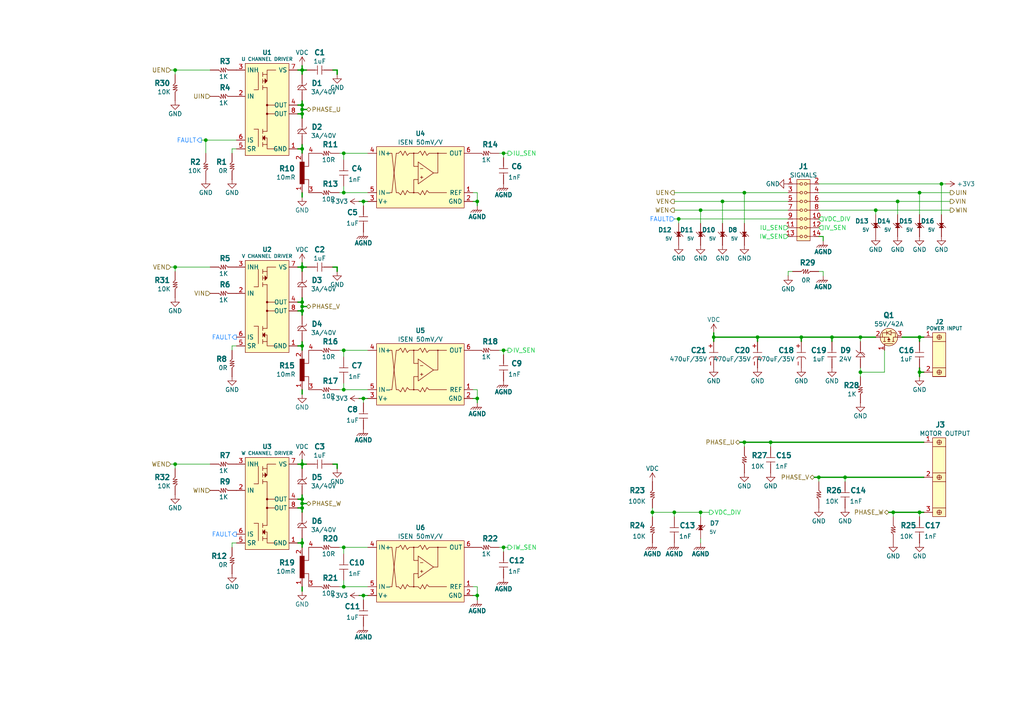
<source format=kicad_sch>
(kicad_sch (version 20231120) (generator "eeschema") (generator_version "8.0")
  (paper "A4")
  (title_block (title "THREE-PHASE MOTOR DRIVER") (date "2024-10-20") (rev "0.0") (company "SAMPI DEVELOPMENT KITS"))
  (junction (at 209.55 58.42))
  (junction (at 87.63 31.75))
  (junction (at 105.41 115.57))
  (junction (at 99.695 44.45))
  (junction (at 138.43 115.57))
  (junction (at 138.43 172.72))
  (junction (at 87.63 77.47))
  (junction (at 215.9 128.27))
  (junction (at 50.8 77.47))
  (junction (at 189.23 148.59))
  (junction (at 219.71 97.79))
  (junction (at 215.9 55.88))
  (junction (at 87.63 100.33))
  (junction (at 87.63 88.9))
  (junction (at 59.69 40.64))
  (junction (at 87.63 146.05))
  (junction (at 50.8 20.32))
  (junction (at 87.63 147.32))
  (junction (at 87.63 30.48))
  (junction (at 254 60.96))
  (junction (at 266.7 148.59))
  (junction (at 237.49 138.43))
  (junction (at 105.41 172.72))
  (junction (at 87.63 43.18))
  (junction (at 207.01 97.79))
  (junction (at 87.63 33.02))
  (junction (at 245.11 138.43))
  (junction (at 259.08 148.59))
  (junction (at 99.695 101.6))
  (junction (at 249.555 107.95))
  (junction (at 223.52 128.27))
  (junction (at 87.63 87.63))
  (junction (at 266.7 107.95))
  (junction (at 87.63 134.62))
  (junction (at 50.8 134.62))
  (junction (at 260.35 58.42))
  (junction (at 99.695 113.03))
  (junction (at 99.695 170.18))
  (junction (at 146.05 44.45))
  (junction (at 87.63 157.48))
  (junction (at 203.2 60.96))
  (junction (at 146.05 101.6))
  (junction (at 87.63 90.17))
  (junction (at 203.2 148.59))
  (junction (at 196.85 63.5))
  (junction (at 273.05 53.34))
  (junction (at 99.695 55.88))
  (junction (at 105.41 58.42))
  (junction (at 138.43 58.42))
  (junction (at 266.7 55.88))
  (junction (at 87.63 144.78))
  (junction (at 232.41 97.79))
  (junction (at 99.695 158.75))
  (junction (at 195.58 148.59))
  (junction (at 146.05 158.75))
  (junction (at 266.7 97.79))
  (junction (at 87.63 20.32))
  (junction (at 241.3 97.79))
  (junction (at 249.555 97.79))
  (wire (pts (xy 99.695 111.125) (xy 99.695 113.03)))
  (wire (pts (xy 87.63 43.18) (xy 86.36 43.18)) (stroke (width 0.381)))
  (wire (pts (xy 104.14 115.57) (xy 105.41 115.57)) (stroke (width 0.254)))
  (wire (pts (xy 87.63 19.05) (xy 87.63 20.32)) (stroke (width 0.381)))
  (wire (pts (xy 87.63 144.78) (xy 86.36 144.78)) (stroke (width 0.381)))
  (wire (pts (xy 215.9 128.27) (xy 223.52 128.27)) (stroke (width 0.381)))
  (wire (pts (xy 215.9 129.54) (xy 215.9 128.27)))
  (wire (pts (xy 146.05 44.45) (xy 146.05 45.72)))
  (wire (pts (xy 214.63 128.27) (xy 215.9 128.27)) (stroke (width 0.381)))
  (wire (pts (xy 87.63 156.21) (xy 87.63 157.48)) (stroke (width 0.381)))
  (wire (pts (xy 87.63 41.91) (xy 87.63 43.18)) (stroke (width 0.381)))
  (wire (pts (xy 87.63 90.17) (xy 87.63 91.44)) (stroke (width 0.381)))
  (wire (pts (xy 209.55 58.42) (xy 209.55 64.77)))
  (wire (pts (xy 87.63 77.47) (xy 87.63 78.74)) (stroke (width 0.381)))
  (wire (pts (xy 195.58 55.88) (xy 215.9 55.88)))
  (wire (pts (xy 87.63 133.35) (xy 87.63 134.62)) (stroke (width 0.381)))
  (wire (pts (xy 106.68 115.57) (xy 105.41 115.57)) (stroke (width 0.254)))
  (wire (pts (xy 256.54 101.6) (xy 256.54 107.95)))
  (wire (pts (xy 137.16 55.88) (xy 138.43 55.88)))
  (wire (pts (xy 195.58 148.59) (xy 195.58 149.86)))
  (wire (pts (xy 209.55 58.42) (xy 228.6 58.42)))
  (wire (pts (xy 50.8 20.32) (xy 60.96 20.32)))
  (wire (pts (xy 146.05 44.45) (xy 147.32 44.45)))
  (wire (pts (xy 237.49 60.96) (xy 254 60.96)))
  (wire (pts (xy 249.555 107.95) (xy 256.54 107.95)))
  (wire (pts (xy 203.2 148.59) (xy 203.2 149.86)))
  (wire (pts (xy 223.52 128.27) (xy 267.97 128.27)) (stroke (width 0.381)))
  (wire (pts (xy 67.31 101.6) (xy 67.31 100.33)))
  (wire (pts (xy 104.14 58.42) (xy 105.41 58.42)) (stroke (width 0.254)))
  (wire (pts (xy 144.78 158.75) (xy 146.05 158.75)))
  (wire (pts (xy 144.78 44.45) (xy 146.05 44.45)))
  (wire (pts (xy 245.11 138.43) (xy 237.49 138.43)) (stroke (width 0.381)))
  (wire (pts (xy 87.63 134.62) (xy 87.63 135.89)) (stroke (width 0.381)))
  (wire (pts (xy 99.695 55.88) (xy 106.68 55.88)))
  (wire (pts (xy 138.43 58.42) (xy 137.16 58.42)) (stroke (width 0.254)))
  (wire (pts (xy 99.695 44.45) (xy 106.68 44.45)))
  (wire (pts (xy 266.7 107.95) (xy 267.97 107.95)) (stroke (width 0.381)))
  (wire (pts (xy 87.63 147.32) (xy 87.63 148.59)) (stroke (width 0.381)))
  (wire (pts (xy 203.2 60.96) (xy 203.2 64.77)))
  (wire (pts (xy 219.71 97.79) (xy 232.41 97.79)) (stroke (width 0.381)))
  (wire (pts (xy 138.43 170.18) (xy 138.43 172.72)))
  (wire (pts (xy 203.2 157.48) (xy 203.2 156.21)))
  (wire (pts (xy 59.69 44.45) (xy 59.69 40.64)))
  (wire (pts (xy 99.695 103.505) (xy 99.695 101.6)))
  (wire (pts (xy 87.63 77.47) (xy 88.9 77.47)) (stroke (width 0.381)))
  (wire (pts (xy 196.85 63.5) (xy 228.6 63.5)))
  (wire (pts (xy 87.63 157.48) (xy 87.63 158.75)) (stroke (width 0.381)))
  (wire (pts (xy 266.7 109.22) (xy 266.7 107.95)) (stroke (width 0.381)))
  (wire (pts (xy 189.23 148.59) (xy 195.58 148.59)))
  (wire (pts (xy 87.63 30.48) (xy 86.36 30.48)) (stroke (width 0.381)))
  (wire (pts (xy 99.695 168.275) (xy 99.695 170.18)))
  (wire (pts (xy 50.8 134.62) (xy 60.96 134.62)))
  (wire (pts (xy 105.41 58.42) (xy 105.41 59.69)))
  (wire (pts (xy 87.63 43.18) (xy 87.63 44.45)) (stroke (width 0.381)))
  (wire (pts (xy 50.8 20.32) (xy 50.8 21.59)))
  (wire (pts (xy 99.695 55.88) (xy 98.425 55.88)))
  (wire (pts (xy 245.11 138.43) (xy 267.97 138.43)) (stroke (width 0.381)))
  (wire (pts (xy 87.63 146.05) (xy 88.9 146.05)) (stroke (width 0.381)))
  (wire (pts (xy 87.63 90.17) (xy 87.63 88.9)) (stroke (width 0.381)))
  (wire (pts (xy 144.78 101.6) (xy 146.05 101.6)))
  (wire (pts (xy 87.63 31.75) (xy 88.9 31.75)) (stroke (width 0.381)))
  (wire (pts (xy 97.79 134.62) (xy 96.52 134.62)) (stroke (width 0.381)))
  (wire (pts (xy 67.31 157.48) (xy 68.58 157.48)))
  (wire (pts (xy 99.695 101.6) (xy 106.68 101.6)))
  (wire (pts (xy 97.79 135.89) (xy 97.79 134.62)) (stroke (width 0.381)))
  (wire (pts (xy 99.695 113.03) (xy 98.425 113.03)))
  (wire (pts (xy 238.76 78.74) (xy 238.76 80.01)))
  (wire (pts (xy 237.49 58.42) (xy 260.35 58.42)))
  (wire (pts (xy 99.695 170.18) (xy 98.425 170.18)))
  (wire (pts (xy 99.695 160.655) (xy 99.695 158.75)))
  (wire (pts (xy 257.81 148.59) (xy 259.08 148.59)) (stroke (width 0.381)))
  (wire (pts (xy 87.63 157.48) (xy 86.36 157.48)) (stroke (width 0.381)))
  (wire (pts (xy 86.36 77.47) (xy 87.63 77.47)) (stroke (width 0.381)))
  (wire (pts (xy 86.36 134.62) (xy 87.63 134.62)) (stroke (width 0.381)))
  (wire (pts (xy 207.01 96.52) (xy 207.01 97.79)) (stroke (width 0.381)))
  (wire (pts (xy 99.695 46.355) (xy 99.695 44.45)))
  (wire (pts (xy 87.63 33.02) (xy 87.63 34.29)) (stroke (width 0.381)))
  (wire (pts (xy 146.05 101.6) (xy 147.32 101.6)))
  (wire (pts (xy 87.63 113.03) (xy 87.63 114.3)) (stroke (width 0.381)))
  (wire (pts (xy 137.16 170.18) (xy 138.43 170.18)))
  (wire (pts (xy 86.36 20.32) (xy 87.63 20.32)) (stroke (width 0.381)))
  (wire (pts (xy 49.53 20.32) (xy 50.8 20.32)))
  (wire (pts (xy 228.6 78.74) (xy 229.87 78.74)))
  (wire (pts (xy 237.49 138.43) (xy 237.49 139.7)))
  (wire (pts (xy 241.3 97.79) (xy 241.3 99.06)) (stroke (width 0.381)))
  (wire (pts (xy 86.36 33.02) (xy 87.63 33.02)) (stroke (width 0.381)))
  (wire (pts (xy 99.695 44.45) (xy 98.425 44.45)))
  (wire (pts (xy 99.695 170.18) (xy 106.68 170.18)))
  (wire (pts (xy 266.7 106.68) (xy 266.7 107.95)) (stroke (width 0.381)))
  (wire (pts (xy 266.7 55.88) (xy 266.7 62.23)))
  (wire (pts (xy 50.8 77.47) (xy 60.96 77.47)))
  (wire (pts (xy 138.43 58.42) (xy 138.43 59.69)) (stroke (width 0.254)))
  (wire (pts (xy 273.05 53.34) (xy 274.32 53.34)))
  (wire (pts (xy 49.53 134.62) (xy 50.8 134.62)))
  (wire (pts (xy 138.43 115.57) (xy 138.43 116.84)) (stroke (width 0.254)))
  (wire (pts (xy 50.8 135.89) (xy 50.8 134.62)))
  (wire (pts (xy 236.22 138.43) (xy 237.49 138.43)) (stroke (width 0.381)))
  (wire (pts (xy 105.41 115.57) (xy 105.41 116.84)))
  (wire (pts (xy 99.695 113.03) (xy 106.68 113.03)))
  (wire (pts (xy 97.79 77.47) (xy 96.52 77.47)) (stroke (width 0.381)))
  (wire (pts (xy 67.31 100.33) (xy 68.58 100.33)))
  (wire (pts (xy 254 97.79) (xy 249.555 97.79)) (stroke (width 0.381)))
  (wire (pts (xy 238.76 68.58) (xy 238.76 69.85)) (stroke (width 0.254)))
  (wire (pts (xy 99.695 101.6) (xy 98.425 101.6)))
  (wire (pts (xy 87.63 55.88) (xy 87.63 57.15)) (stroke (width 0.381)))
  (wire (pts (xy 87.63 87.63) (xy 86.36 87.63)) (stroke (width 0.381)))
  (wire (pts (xy 266.7 97.79) (xy 266.7 99.06)) (stroke (width 0.381)))
  (wire (pts (xy 189.23 149.86) (xy 189.23 148.59)))
  (wire (pts (xy 237.49 78.74) (xy 238.76 78.74)))
  (wire (pts (xy 249.555 97.79) (xy 249.555 99.06)))
  (wire (pts (xy 260.35 58.42) (xy 260.35 62.23)))
  (wire (pts (xy 207.01 99.06) (xy 207.01 97.79)) (stroke (width 0.381)))
  (wire (pts (xy 97.79 78.74) (xy 97.79 77.47)) (stroke (width 0.381)))
  (wire (pts (xy 99.695 158.75) (xy 106.68 158.75)))
  (wire (pts (xy 146.05 101.6) (xy 146.05 102.87)))
  (wire (pts (xy 219.71 99.06) (xy 219.71 97.79)) (stroke (width 0.381)))
  (wire (pts (xy 87.63 143.51) (xy 87.63 144.78)) (stroke (width 0.381)))
  (wire (pts (xy 249.555 106.68) (xy 249.555 107.95)))
  (wire (pts (xy 87.63 29.21) (xy 87.63 30.48)) (stroke (width 0.381)))
  (wire (pts (xy 99.695 158.75) (xy 98.425 158.75)))
  (wire (pts (xy 87.63 31.75) (xy 87.63 30.48)) (stroke (width 0.381)))
  (wire (pts (xy 87.63 100.33) (xy 86.36 100.33)) (stroke (width 0.381)))
  (wire (pts (xy 50.8 77.47) (xy 50.8 78.74)))
  (wire (pts (xy 59.69 40.64) (xy 68.58 40.64)))
  (wire (pts (xy 273.05 53.34) (xy 273.05 62.23)))
  (wire (pts (xy 58.42 40.64) (xy 59.69 40.64)))
  (wire (pts (xy 138.43 113.03) (xy 138.43 115.57)))
  (wire (pts (xy 232.41 97.79) (xy 241.3 97.79)) (stroke (width 0.381)))
  (wire (pts (xy 195.58 63.5) (xy 196.85 63.5)))
  (wire (pts (xy 87.63 88.9) (xy 88.9 88.9)) (stroke (width 0.381)))
  (wire (pts (xy 237.49 55.88) (xy 266.7 55.88)))
  (wire (pts (xy 99.695 53.975) (xy 99.695 55.88)))
  (wire (pts (xy 87.63 99.06) (xy 87.63 100.33)) (stroke (width 0.381)))
  (wire (pts (xy 86.36 147.32) (xy 87.63 147.32)) (stroke (width 0.381)))
  (wire (pts (xy 97.79 21.59) (xy 97.79 20.32)) (stroke (width 0.381)))
  (wire (pts (xy 87.63 146.05) (xy 87.63 144.78)) (stroke (width 0.381)))
  (wire (pts (xy 106.68 172.72) (xy 105.41 172.72)) (stroke (width 0.254)))
  (wire (pts (xy 87.63 100.33) (xy 87.63 101.6)) (stroke (width 0.381)))
  (wire (pts (xy 87.63 20.32) (xy 88.9 20.32)) (stroke (width 0.381)))
  (wire (pts (xy 87.63 86.36) (xy 87.63 87.63)) (stroke (width 0.381)))
  (wire (pts (xy 195.58 60.96) (xy 203.2 60.96)))
  (wire (pts (xy 189.23 148.59) (xy 189.23 147.32)))
  (wire (pts (xy 87.63 134.62) (xy 88.9 134.62)) (stroke (width 0.381)))
  (wire (pts (xy 254 60.96) (xy 275.59 60.96)))
  (wire (pts (xy 87.63 76.2) (xy 87.63 77.47)) (stroke (width 0.381)))
  (wire (pts (xy 138.43 115.57) (xy 137.16 115.57)) (stroke (width 0.254)))
  (wire (pts (xy 87.63 33.02) (xy 87.63 31.75)) (stroke (width 0.381)))
  (wire (pts (xy 195.58 58.42) (xy 209.55 58.42)))
  (wire (pts (xy 49.53 77.47) (xy 50.8 77.47)))
  (wire (pts (xy 67.31 158.75) (xy 67.31 157.48)))
  (wire (pts (xy 97.79 20.32) (xy 96.52 20.32)) (stroke (width 0.381)))
  (wire (pts (xy 87.63 88.9) (xy 87.63 87.63)) (stroke (width 0.381)))
  (wire (pts (xy 215.9 55.88) (xy 215.9 64.77)))
  (wire (pts (xy 138.43 55.88) (xy 138.43 58.42)))
  (wire (pts (xy 266.7 148.59) (xy 266.7 149.86)))
  (wire (pts (xy 138.43 172.72) (xy 137.16 172.72)) (stroke (width 0.254)))
  (wire (pts (xy 215.9 55.88) (xy 228.6 55.88)))
  (wire (pts (xy 261.62 97.79) (xy 266.7 97.79)) (stroke (width 0.381)))
  (wire (pts (xy 86.36 90.17) (xy 87.63 90.17)) (stroke (width 0.381)))
  (wire (pts (xy 87.63 20.32) (xy 87.63 21.59)) (stroke (width 0.381)))
  (wire (pts (xy 146.05 158.75) (xy 147.32 158.75)))
  (wire (pts (xy 138.43 172.72) (xy 138.43 173.99)) (stroke (width 0.254)))
  (wire (pts (xy 106.68 58.42) (xy 105.41 58.42)) (stroke (width 0.254)))
  (wire (pts (xy 266.7 97.79) (xy 267.97 97.79)) (stroke (width 0.381)))
  (wire (pts (xy 241.3 97.79) (xy 249.555 97.79)) (stroke (width 0.381)))
  (wire (pts (xy 67.31 43.18) (xy 68.58 43.18)))
  (wire (pts (xy 137.16 113.03) (xy 138.43 113.03)))
  (wire (pts (xy 207.01 97.79) (xy 219.71 97.79)) (stroke (width 0.381)))
  (wire (pts (xy 87.63 147.32) (xy 87.63 146.05)) (stroke (width 0.381)))
  (wire (pts (xy 237.49 68.58) (xy 238.76 68.58)) (stroke (width 0.254)))
  (wire (pts (xy 203.2 60.96) (xy 228.6 60.96)))
  (wire (pts (xy 259.08 149.86) (xy 259.08 148.59)))
  (wire (pts (xy 254 60.96) (xy 254 62.23)))
  (wire (pts (xy 228.6 80.01) (xy 228.6 78.74)))
  (wire (pts (xy 259.08 148.59) (xy 266.7 148.59)) (stroke (width 0.381)))
  (wire (pts (xy 237.49 53.34) (xy 273.05 53.34)))
  (wire (pts (xy 67.31 44.45) (xy 67.31 43.18)))
  (wire (pts (xy 249.555 107.95) (xy 249.555 109.22)))
  (wire (pts (xy 104.14 172.72) (xy 105.41 172.72)) (stroke (width 0.254)))
  (wire (pts (xy 195.58 148.59) (xy 203.2 148.59)))
  (wire (pts (xy 266.7 148.59) (xy 267.97 148.59)) (stroke (width 0.381)))
  (wire (pts (xy 232.41 99.06) (xy 232.41 97.79)) (stroke (width 0.381)))
  (wire (pts (xy 105.41 172.72) (xy 105.41 173.99)))
  (wire (pts (xy 266.7 55.88) (xy 275.59 55.88)))
  (wire (pts (xy 146.05 158.75) (xy 146.05 160.02)))
  (wire (pts (xy 223.52 129.54) (xy 223.52 128.27)))
  (wire (pts (xy 196.85 63.5) (xy 196.85 64.77)))
  (wire (pts (xy 245.11 138.43) (xy 245.11 139.7)))
  (wire (pts (xy 260.35 58.42) (xy 275.59 58.42)))
  (wire (pts (xy 87.63 170.18) (xy 87.63 171.45)) (stroke (width 0.381)))
  (wire (pts (xy 203.2 148.59) (xy 205.74 148.59)))
  (hierarchical_label "VIN" (shape output) (at 275.59 58.42 0))
  (hierarchical_label "IW_SEN" (shape input) (at 228.6 68.58 180))
  (hierarchical_label "UIN" (shape input) (at 60.96 27.94 180))
  (hierarchical_label "IV_SEN" (shape input) (at 237.49 66.04 0))
  (hierarchical_label "PHASE_W" (shape bidirectional) (at 257.81 148.59 180))
  (hierarchical_label "PHASE_W" (shape bidirectional) (at 88.9 146.05 0))
  (hierarchical_label "IU_SEN" (shape input) (at 228.6 66.04 180))
  (hierarchical_label "VDC_DIV" (shape input) (at 237.49 63.5 0))
  (hierarchical_label "PHASE_V" (shape bidirectional) (at 88.9 88.9 0))
  (hierarchical_label "UEN" (shape output) (at 195.58 55.88 180))
  (hierarchical_label "VEN" (shape output) (at 195.58 58.42 180))
  (hierarchical_label "FAULT" (shape output) (at 68.58 154.94 180))
  (hierarchical_label "IV_SEN" (shape output) (at 147.32 101.6 0))
  (hierarchical_label "FAULT" (shape output) (at 58.42 40.64 180))
  (hierarchical_label "WIN" (shape input) (at 60.96 142.24 180))
  (hierarchical_label "WIN" (shape output) (at 275.59 60.96 0))
  (hierarchical_label "UIN" (shape output) (at 275.59 55.88 0))
  (hierarchical_label "VEN" (shape input) (at 49.53 77.47 180))
  (hierarchical_label "VIN" (shape input) (at 60.96 85.09 180))
  (hierarchical_label "UEN" (shape input) (at 49.53 20.32 180))
  (hierarchical_label "FAULT" (shape input) (at 195.58 63.5 180))
  (hierarchical_label "IW_SEN" (shape output) (at 147.32 158.75 0))
  (hierarchical_label "VDC_DIV" (shape output) (at 205.74 148.59 0))
  (hierarchical_label "PHASE_U" (shape bidirectional) (at 88.9 31.75 0))
  (hierarchical_label "WEN" (shape input) (at 49.53 134.62 180))
  (hierarchical_label "IU_SEN" (shape output) (at 147.32 44.45 0))
  (hierarchical_label "PHASE_U" (shape bidirectional) (at 214.63 128.27 180))
  (hierarchical_label "FAULT" (shape output) (at 68.58 97.79 180))
  (hierarchical_label "WEN" (shape output) (at 195.58 60.96 180))
  (hierarchical_label "PHASE_V" (shape bidirectional) (at 236.22 138.43 180))
  (symbol (lib_id "power:GND") (at 215.9 71.12 0) (unit 1)
    (property "Reference" "#PWR049" (effects (hide yes)))
    (property "Value" "GND" (at 215.9 74.93 0))
    (property "Description" "Power symbol creates a global label with name \"GND\" , ground" (effects (hide yes)))
  )
  (symbol (lib_id "power:VDC") (at 207.01 96.52 0) (unit 1)
    (property "Reference" "#PWR043" (effects (hide yes)))
    (property "Value" "VDC" (at 207.01 92.71 0))
    (property "Description" "Power symbol creates a global label with name \"VDC\"" (effects (hide yes)))
  )
  (symbol (lib_id "SAMPI:CERCAP") (at 143.51 50.8 90) (unit 1)
    (property "Reference" "C6" (at 149.86 48.26 90) (effects (font (size 1.5 1.5) (bold yes))))
    (property "Value" "1nF" (at 149.225 51.435 90))
    (property "Footprint" "SAMPI:CAP0603" (effects (hide yes)))
    (property "Description" "CAP CER 1000PF 50V C0G/NP0 0603" (effects (hide yes)))
    (property "MFT" "Samsung" (effects (hide yes)))
    (property "MNP" "CL10C102JB8NNNC" (effects (hide yes)))
  )
  (symbol (lib_id "power:+3V3") (at 274.32 53.34 270) (unit 1)
    (property "Reference" "#PWR029" (effects (hide yes)))
    (property "Value" "+3V3" (at 277.495 53.34 90) (effects (justify left)))
    (property "Description" "Power symbol creates a global label with name \"+3V3\"" (effects (hide yes)))
  )
  (symbol (lib_id "power:GND") (at 67.31 166.37 0) (unit 1)
    (property "Reference" "#PWR012" (effects (hide yes)))
    (property "Value" "GND" (at 67.31 170.18 0))
    (property "Description" "Power symbol creates a global label with name \"GND\" , ground" (effects (hide yes)))
  )
  (symbol (lib_id "power:GND") (at 97.79 135.89 0) (unit 1)
    (property "Reference" "#PWR015" (effects (hide yes)))
    (property "Value" "GND" (at 97.79 139.7 0))
    (property "Description" "Power symbol creates a global label with name \"GND\" , ground" (effects (hide yes)))
  )
  (symbol (lib_id "power:VDC") (at 87.63 19.05 0) (unit 1)
    (property "Reference" "#PWR04" (effects (hide yes)))
    (property "Value" "VDC" (at 87.63 15.24 0))
    (property "Description" "Power symbol creates a global label with name \"VDC\"" (effects (hide yes)))
  )
  (symbol (lib_id "SAMPI:RES") (at 66.04 25.4 0) (mirror y) (unit 1)
    (property "Reference" "R4" (at 63.5 25.4 0) (effects (font (size 1.5 1.5) (bold yes)) (justify right)))
    (property "Value" "1K" (at 63.5 29.845 0) (effects (justify right)))
    (property "Footprint" "SAMPI:RES0603" (effects (hide yes)))
    (property "Description" "RES 1K OHM 5% 1/10W 0603" (effects (hide yes)))
    (property "MFT" "Yageo" (effects (hide yes)))
    (property "MNP" "RC0603JR-071KL" (effects (hide yes)))
  )
  (symbol (lib_id "SAMPI:TVS") (at 275.59 65.405 0) (mirror y) (unit 1)
    (property "Reference" "D16" (at 271.145 64.135 0) (effects (font (bold yes)) (justify left)))
    (property "Value" "5V" (at 271.145 66.6751 0) (effects (font (size 1.016 1.016)) (justify left)))
    (property "Footprint" "Liem:SOD-323_12" (effects (hide yes)))
    (property "Description" "TVS DIODE 5VWM SOD923" (effects (hide yes)))
    (property "MNP" "DF2S6.2FS,L3M" (effects (hide yes)))
    (property "MFT" "Toshiba" (effects (hide yes)))
  )
  (symbol (lib_id "power:GND") (at 87.63 171.45 0) (unit 1)
    (property "Reference" "#PWR014" (effects (hide yes)))
    (property "Value" "GND" (at 87.63 175.26 0))
    (property "Description" "Power symbol creates a global label with name \"GND\" , ground" (effects (hide yes)))
  )
  (symbol (lib_id "SAMPI:RES") (at 95.885 156.21 0) (mirror y) (unit 1)
    (property "Reference" "R20" (at 93.345 156.21 0) (effects (font (size 1.5 1.5) (bold yes)) (justify right)))
    (property "Value" "10R" (at 93.345 160.655 0) (effects (justify right)))
    (property "Footprint" "SAMPI:RES0603" (effects (hide yes)))
    (property "Description" "RES 0.01 OHM 1% 1W 1206" (effects (hide yes)))
    (property "MFT" "Yageo" (effects (hide yes)))
    (property "MNP" "PE1206FKF470R01Z" (effects (hide yes)))
  )
  (symbol (lib_id "SAMPI:CERCAP") (at 91.44 132.08 0) (unit 1)
    (property "Reference" "C3" (at 92.71 129.54 0) (effects (font (size 1.5 1.5) (bold yes))))
    (property "Value" "1uF" (at 92.71 132.08 0))
    (property "Footprint" "SAMPI:CAP0603" (effects (hide yes)))
    (property "Description" "CAP CER 1UF 35V X5R 0603" (effects (hide yes)))
    (property "MFT" "Samsung" (effects (hide yes)))
    (property "MNP" "CL10A105KL8NNNC" (effects (hide yes)))
  )
  (symbol (lib_id "Liem:SIL02") (at 269.875 93.98 0) (unit 1)
    (property "Reference" "J2" (at 271.145 93.345 0) (effects (font (bold yes)) (justify left)))
    (property "Value" "POWER INPUT" (at 268.605 95.25 0) (effects (font (size 1.016 1.016)) (justify left)))
    (property "Description" "TERM BLOCK HDR 2POS 90DEG 5.08MM" (effects (hide yes)))
    (property "MFT" "Würth Elektronik" (effects (hide yes)))
    (property "MNP" "691312510002" (effects (hide yes)))
  )
  (symbol (lib_id "power:GND") (at 223.52 137.16 0) (unit 1)
    (property "Reference" "#PWR036" (effects (hide yes)))
    (property "Value" "GND" (at 223.52 140.97 0))
    (property "Description" "Power symbol creates a global label with name \"GND\" , ground" (effects (hide yes)))
  )
  (symbol (lib_id "power:GND") (at 67.31 52.07 0) (unit 1)
    (property "Reference" "#PWR02" (effects (hide yes)))
    (property "Value" "GND" (at 67.31 55.88 0))
    (property "Description" "Power symbol creates a global label with name \"GND\" , ground" (effects (hide yes)))
  )
  (symbol (lib_id "SAMPI:DIODE-SCH") (at 82.55 99.06 90) (unit 1)
    (property "Reference" "D4" (at 90.17 93.9799 90) (effects (font (size 1.5 1.5) (bold yes)) (justify right)))
    (property "Value" "3A/40V" (at 90.17 96.5199 90) (effects (justify right)))
    (property "Footprint" "SAMPI:DO-214AB" (effects (hide yes)))
    (property "Description" "DIODE SCHOTTKY 40V 3A SMC" (effects (hide yes)))
    (property "MNP" "SS34" (effects (hide yes)))
    (property "MFT" "Onsemi" (effects (hide yes)))
  )
  (symbol (lib_id "power:GND") (at 245.11 147.32 0) (unit 1)
    (property "Reference" "#PWR033" (effects (hide yes)))
    (property "Value" "GND" (at 245.11 151.13 0))
    (property "Description" "Power symbol creates a global label with name \"GND\" , ground" (effects (hide yes)))
  )
  (symbol (lib_id "SAMPI:AGND") (at 238.76 80.01 0) (unit 1)
    (property "Reference" "#PWR050" (effects (hide yes)))
    (property "Value" "AGND" (at 238.76 83.185 0) (effects (font (bold yes))))
    (property "Description" "Power symbol creates a global label with name \"AGND\"" (effects (hide yes)))
  )
  (symbol (lib_id "SAMPI:RES") (at 69.85 49.53 270) (mirror x) (unit 1)
    (property "Reference" "R1" (at 66.04 46.9899 90) (effects (font (size 1.5 1.5) (bold yes)) (justify right)))
    (property "Value" "0R" (at 66.04 49.5299 90) (effects (justify right)))
    (property "Footprint" "SAMPI:RES0603" (effects (hide yes)))
    (property "Description" "RES 0 OHM JUMPER 1/10W 0603" (effects (hide yes)))
    (property "MFT" "Yageo" (effects (hide yes)))
    (property "MNP" "RC0603JR-070RL" (effects (hide yes)))
  )
  (symbol (lib_id "power:GND") (at 241.3 106.68 0) (unit 1)
    (property "Reference" "#PWR039" (effects (hide yes)))
    (property "Value" "GND" (at 241.3 110.49 0))
    (property "Description" "Power symbol creates a global label with name \"GND\" , ground" (effects (hide yes)))
  )
  (symbol (lib_id "SAMPI:RES") (at 95.885 53.34 0) (mirror y) (unit 1)
    (property "Reference" "R13" (at 93.345 53.34 0) (effects (font (size 1.5 1.5) (bold yes)) (justify right)))
    (property "Value" "10R" (at 93.345 57.785 0) (effects (justify right)))
    (property "Footprint" "SAMPI:RES0603" (effects (hide yes)))
    (property "Description" "RES 0.01 OHM 1% 1W 1206" (effects (hide yes)))
    (property "MFT" "Yageo" (effects (hide yes)))
    (property "MNP" "PE1206FKF470R01Z" (effects (hide yes)))
  )
  (symbol (lib_id "SAMPI:RES") (at 95.885 99.06 0) (mirror y) (unit 1)
    (property "Reference" "R16" (at 93.345 99.06 0) (effects (font (size 1.5 1.5) (bold yes)) (justify right)))
    (property "Value" "10R" (at 93.345 103.505 0) (effects (justify right)))
    (property "Footprint" "SAMPI:RES0603" (effects (hide yes)))
    (property "Description" "RES 0.01 OHM 1% 1W 1206" (effects (hide yes)))
    (property "MFT" "Yageo" (effects (hide yes)))
    (property "MNP" "PE1206FKF470R01Z" (effects (hide yes)))
  )
  (symbol (lib_id "power:GND") (at 266.7 109.22 0) (unit 1)
    (property "Reference" "#PWR037" (effects (hide yes)))
    (property "Value" "GND" (at 266.7 113.03 0))
    (property "Description" "Power symbol creates a global label with name \"GND\" , ground" (effects (hide yes)))
  )
  (symbol (lib_id "power:GND") (at 237.49 147.32 0) (unit 1)
    (property "Reference" "#PWR032" (effects (hide yes)))
    (property "Value" "GND" (at 237.49 151.13 0))
    (property "Description" "Power symbol creates a global label with name \"GND\" , ground" (effects (hide yes)))
  )
  (symbol (lib_id "SAMPI:CERCAP") (at 102.87 179.07 90) (unit 1)
    (property "Reference" "C11" (at 102.235 175.895 90) (effects (font (size 1.5 1.5) (bold yes))))
    (property "Value" "1uF" (at 102.235 179.07 90))
    (property "Footprint" "SAMPI:CAP0603" (effects (hide yes)))
    (property "Description" "CAP CER 1UF 35V X5R 0603" (effects (hide yes)))
    (property "MFT" "Samsung" (effects (hide yes)))
    (property "MNP" "CL10A105KL8NNNC" (effects (hide yes)))
  )
  (symbol (lib_id "SAMPI:RES") (at 234.95 144.78 90) (unit 1)
    (property "Reference" "R26" (at 239.395 142.24 90) (effects (font (size 1.5 1.5) (bold yes)) (justify right)))
    (property "Value" "10K" (at 239.395 145.415 90) (effects (justify right)))
    (property "Footprint" "SAMPI:RES0603" (effects (hide yes)))
    (property "Description" "RES 10K OHM 5% 1/10W 0603" (effects (hide yes)))
    (property "MFT" "Yageo" (effects (hide yes)))
    (property "MNP" "RC0603JR-0710KL" (effects (hide yes)))
  )
  (symbol (lib_id "power:GND") (at 228.6 53.34 270) (unit 1)
    (property "Reference" "#PWR030" (effects (hide yes)))
    (property "Value" "GND" (at 224.155 53.34 90))
    (property "Description" "Power symbol creates a global label with name \"GND\" , ground" (effects (hide yes)))
  )
  (symbol (lib_id "SAMPI:DIODE-SCH") (at 82.55 41.91 90) (unit 1)
    (property "Reference" "D2" (at 90.17 36.8299 90) (effects (font (size 1.5 1.5) (bold yes)) (justify right)))
    (property "Value" "3A/40V" (at 90.17 39.3699 90) (effects (justify right)))
    (property "Footprint" "SAMPI:DO-214AB" (effects (hide yes)))
    (property "Description" "DIODE SCHOTTKY 40V 3A SMC" (effects (hide yes)))
    (property "MNP" "SS34" (effects (hide yes)))
    (property "MFT" "Onsemi" (effects (hide yes)))
  )
  (symbol (lib_id "SAMPI:CERCAP") (at 242.57 144.78 90) (unit 1)
    (property "Reference" "C14" (at 248.92 142.24 90) (effects (font (size 1.5 1.5) (bold yes))))
    (property "Value" "1nF" (at 248.285 145.415 90))
    (property "Footprint" "SAMPI:CAP0603" (effects (hide yes)))
    (property "Description" "CAP CER 1000PF 50V C0G/NP0 0603" (effects (hide yes)))
    (property "MFT" "Samsung" (effects (hide yes)))
    (property "MNP" "CL10C102JB8NNNC" (effects (hide yes)))
  )
  (symbol (lib_id "SAMPI:AGND") (at 105.41 181.61 0) (unit 1)
    (property "Reference" "#PWR023" (effects (hide yes)))
    (property "Value" "AGND" (at 105.41 184.785 0) (effects (font (bold yes))))
    (property "Description" "Power symbol creates a global label with name \"AGND\"" (effects (hide yes)))
  )
  (symbol (lib_id "SAMPI:RES") (at 256.54 154.94 90) (unit 1)
    (property "Reference" "R25" (at 260.985 152.4 90) (effects (font (size 1.5 1.5) (bold yes)) (justify right)))
    (property "Value" "10K" (at 260.985 155.575 90) (effects (justify right)))
    (property "Footprint" "SAMPI:RES0603" (effects (hide yes)))
    (property "Description" "RES 10K OHM 5% 1/10W 0603" (effects (hide yes)))
    (property "MFT" "Yageo" (effects (hide yes)))
    (property "MNP" "RC0603JR-0710KL" (effects (hide yes)))
  )
  (symbol (lib_id "SAMPI:SHUNT") (at 83.185 53.34 90) (unit 1)
    (property "Reference" "R10" (at 85.725 48.8949 90) (effects (font (size 1.5 1.5) (bold yes)) (justify left)))
    (property "Value" "10mR" (at 85.725 51.4349 90) (effects (justify left)))
    (property "Footprint" "SAMPI:SHUNT_1206" (effects (hide yes)))
    (property "Description" "RES 10 OHM 5% 1/10W 0603" (effects (hide yes)))
    (property "MFT" "Yageo" (effects (hide yes)))
    (property "MNP" "RC0603JR-0710RL" (effects (hide yes)))
  )
  (symbol (lib_id "SAMPI:AGND") (at 138.43 116.84 0) (unit 1)
    (property "Reference" "#PWR020" (effects (hide yes)))
    (property "Value" "AGND" (at 138.43 120.015 0) (effects (font (bold yes))))
    (property "Description" "Power symbol creates a global label with name \"AGND\"" (effects (hide yes)))
  )
  (symbol (lib_id "power:+3V3") (at 104.14 115.57 90) (unit 1)
    (property "Reference" "#PWR018" (effects (hide yes)))
    (property "Value" "+3V3" (at 100.965 115.57 90) (effects (justify left)))
    (property "Description" "Power symbol creates a global label with name \"+3V3\"" (effects (hide yes)))
  )
  (symbol (lib_id "SAMPI:DIODE-SCH") (at 82.55 29.21 90) (unit 1)
    (property "Reference" "D1" (at 90.17 24.1299 90) (effects (font (size 1.5 1.5) (bold yes)) (justify right)))
    (property "Value" "3A/40V" (at 90.17 26.6699 90) (effects (justify right)))
    (property "Footprint" "SAMPI:DO-214AB" (effects (hide yes)))
    (property "Description" "DIODE SCHOTTKY 40V 3A SMC" (effects (hide yes)))
    (property "MNP" "SS34" (effects (hide yes)))
    (property "MFT" "Onsemi" (effects (hide yes)))
  )
  (symbol (lib_id "SAMPI:CERCAP") (at 193.04 154.94 90) (unit 1)
    (property "Reference" "C13" (at 199.39 152.4 90) (effects (font (size 1.5 1.5) (bold yes))))
    (property "Value" "1nF" (at 198.755 155.575 90))
    (property "Footprint" "SAMPI:CAP0603" (effects (hide yes)))
    (property "Description" "CAP CER 1000PF 50V C0G/NP0 0603" (effects (hide yes)))
    (property "MFT" "Samsung" (effects (hide yes)))
    (property "MNP" "CL10C102JB8NNNC" (effects (hide yes)))
  )
  (symbol (lib_id "power:GND") (at 254 68.58 0) (unit 1)
    (property "Reference" "#PWR052" (effects (hide yes)))
    (property "Value" "GND" (at 254 72.39 0))
    (property "Description" "Power symbol creates a global label with name \"GND\" , ground" (effects (hide yes)))
  )
  (symbol (lib_id "SAMPI:TVS") (at 205.74 67.945 0) (mirror y) (unit 1)
    (property "Reference" "D11" (at 201.295 66.675 0) (effects (font (bold yes)) (justify left)))
    (property "Value" "5V" (at 201.295 69.2151 0) (effects (font (size 1.016 1.016)) (justify left)))
    (property "Footprint" "Liem:SOD-323_12" (effects (hide yes)))
    (property "Description" "TVS DIODE 5VWM SOD923" (effects (hide yes)))
    (property "MNP" "DF2S6.2FS,L3M" (effects (hide yes)))
    (property "MFT" "Toshiba" (effects (hide yes)))
  )
  (symbol (lib_id "SAMPI:AGND") (at 189.23 157.48 0) (unit 1)
    (property "Reference" "#PWR017" (effects (hide yes)))
    (property "Value" "AGND" (at 189.23 160.655 0) (effects (font (bold yes))))
    (property "Description" "Power symbol creates a global label with name \"AGND\"" (effects (hide yes)))
  )
  (symbol (lib_id "power:GND") (at 97.79 21.59 0) (unit 1)
    (property "Reference" "#PWR05" (effects (hide yes)))
    (property "Value" "GND" (at 97.79 25.4 0))
    (property "Description" "Power symbol creates a global label with name \"GND\" , ground" (effects (hide yes)))
  )
  (symbol (lib_id "SAMPI:RES") (at 53.34 26.67 270) (mirror x) (unit 1)
    (property "Reference" "R30" (at 49.53 24.1299 90) (effects (font (size 1.5 1.5) (bold yes)) (justify right)))
    (property "Value" "10K" (at 49.53 26.6699 90) (effects (justify right)))
    (property "Footprint" "SAMPI:RES0603" (effects (hide yes)))
    (property "Description" "RES 10K OHM 5% 1/10W 0603" (effects (hide yes)))
    (property "MFT" "Yageo" (effects (hide yes)))
    (property "MNP" "RC0603JR-0710KL" (effects (hide yes)))
  )
  (symbol (lib_id "power:+3V3") (at 104.14 172.72 90) (unit 1)
    (property "Reference" "#PWR022" (effects (hide yes)))
    (property "Value" "+3V3" (at 100.965 172.72 90) (effects (justify left)))
    (property "Description" "Power symbol creates a global label with name \"+3V3\"" (effects (hide yes)))
  )
  (symbol (lib_id "SAMPI:RES") (at 234.95 81.28 180) (unit 1)
    (property "Reference" "R29" (at 231.775 76.2 0) (effects (font (size 1.5 1.5) (bold yes)) (justify right)))
    (property "Value" "0R" (at 232.41 81.28 0) (effects (justify right)))
    (property "Footprint" "SAMPI:RES0603" (effects (hide yes)))
    (property "Description" "RES 0 OHM JUMPER 1/10W 0603" (effects (hide yes)))
    (property "MFT" "Yageo" (effects (hide yes)))
    (property "MNP" "RC0603JR-070RL" (effects (hide yes)))
  )
  (symbol (lib_id "SAMPI:RES") (at 191.77 144.78 270) (mirror x) (unit 1)
    (property "Reference" "R23" (at 187.325 142.24 90) (effects (font (size 1.5 1.5) (bold yes)) (justify right)))
    (property "Value" "100K" (at 187.325 145.415 90) (effects (justify right)))
    (property "Footprint" "SAMPI:RES0603" (effects (hide yes)))
    (property "Description" "RES 100K OHM 5% 1/10W 0603" (effects (hide yes)))
    (property "MFT" "Yageo" (effects (hide yes)))
    (property "MNP" "RC0603JR-13100KL" (effects (hide yes)))
  )
  (symbol (lib_id "SAMPI:BTS7960") (at 77.47 72.39 0) (unit 1)
    (property "Reference" "U2" (at 77.47 72.39 0) (effects (font (thickness 0.254) (bold yes))))
    (property "Value" "V CHANNEL DRIVER" (at 77.47 74.295 0) (effects (font (size 1.016 1.016))))
    (property "Footprint" "SAMPI:TO-263-7" (effects (hide yes)))
    (property "Description" "IC HALF BRIDGE DRVR 40A TO263-7" (effects (hide yes)))
    (property "MNP" "BTS7960B" (effects (hide yes)))
    (property "MFT" "Infineon" (effects (hide yes)))
  )
  (symbol (lib_id "power:GND") (at 59.69 52.07 0) (unit 1)
    (property "Reference" "#PWR03" (effects (hide yes)))
    (property "Value" "GND" (at 59.69 55.88 0))
    (property "Description" "Power symbol creates a global label with name \"GND\" , ground" (effects (hide yes)))
  )
  (symbol (lib_id "SAMPI:SHUNT") (at 83.185 110.49 90) (unit 1)
    (property "Reference" "R15" (at 85.725 106.0449 90) (effects (font (size 1.5 1.5) (bold yes)) (justify left)))
    (property "Value" "10mR" (at 85.725 108.5849 90) (effects (justify left)))
    (property "Footprint" "SAMPI:SHUNT_1206" (effects (hide yes)))
    (property "Description" "RES 10 OHM 5% 1/10W 0603" (effects (hide yes)))
    (property "MFT" "Yageo" (effects (hide yes)))
    (property "MNP" "RC0603JR-0710RL" (effects (hide yes)))
  )
  (symbol (lib_id "power:GND") (at 228.6 80.01 0) (unit 1)
    (property "Reference" "#PWR051" (effects (hide yes)))
    (property "Value" "GND" (at 228.6 83.82 0))
    (property "Description" "Power symbol creates a global label with name \"GND\" , ground" (effects (hide yes)))
  )
  (symbol (lib_id "power:GND") (at 266.7 68.58 0) (unit 1)
    (property "Reference" "#PWR054" (effects (hide yes)))
    (property "Value" "GND" (at 266.7 72.39 0))
    (property "Description" "Power symbol creates a global label with name \"GND\" , ground" (effects (hide yes)))
  )
  (symbol (lib_id "SAMPI:TVS") (at 218.44 67.945 0) (mirror y) (unit 1)
    (property "Reference" "D8" (at 213.995 66.675 0) (effects (font (bold yes)) (justify left)))
    (property "Value" "5V" (at 213.995 69.2151 0) (effects (font (size 1.016 1.016)) (justify left)))
    (property "Footprint" "Liem:SOD-323_12" (effects (hide yes)))
    (property "Description" "TVS DIODE 5VWM SOD923" (effects (hide yes)))
    (property "MNP" "DF2S6.2FS,L3M" (effects (hide yes)))
    (property "MFT" "Toshiba" (effects (hide yes)))
  )
  (symbol (lib_id "power:GND") (at 50.8 143.51 0) (unit 1)
    (property "Reference" "#PWR058" (effects (hide yes)))
    (property "Value" "GND" (at 50.8 147.32 0))
    (property "Description" "Power symbol creates a global label with name \"GND\" , ground" (effects (hide yes)))
  )
  (symbol (lib_id "SAMPI:TVS") (at 212.09 67.945 0) (mirror y) (unit 1)
    (property "Reference" "D10" (at 207.645 66.675 0) (effects (font (bold yes)) (justify left)))
    (property "Value" "5V" (at 207.645 69.2151 0) (effects (font (size 1.016 1.016)) (justify left)))
    (property "Footprint" "Liem:SOD-323_12" (effects (hide yes)))
    (property "Description" "TVS DIODE 5VWM SOD923" (effects (hide yes)))
    (property "MNP" "DF2S6.2FS,L3M" (effects (hide yes)))
    (property "MFT" "Toshiba" (effects (hide yes)))
  )
  (symbol (lib_id "SAMPI:RES") (at 66.04 17.78 0) (mirror y) (unit 1)
    (property "Reference" "R3" (at 63.5 17.78 0) (effects (font (size 1.5 1.5) (bold yes)) (justify right)))
    (property "Value" "1K" (at 63.5 22.225 0) (effects (justify right)))
    (property "Footprint" "SAMPI:RES0603" (effects (hide yes)))
    (property "Description" "RES 1K OHM 5% 1/10W 0603" (effects (hide yes)))
    (property "MFT" "Yageo" (effects (hide yes)))
    (property "MNP" "RC0603JR-071KL" (effects (hide yes)))
  )
  (symbol (lib_id "SAMPI:CERCAP") (at 97.155 51.435 90) (unit 1)
    (property "Reference" "C4" (at 103.505 48.895 90) (effects (font (size 1.5 1.5) (bold yes))))
    (property "Value" "1nF" (at 102.87 52.07 90))
    (property "Footprint" "SAMPI:CAP0603" (effects (hide yes)))
    (property "Description" "CAP CER 1000PF 50V C0G/NP0 0603" (effects (hide yes)))
    (property "MFT" "Samsung" (effects (hide yes)))
    (property "MNP" "CL10C102JB8NNNC" (effects (hide yes)))
  )
  (symbol (lib_id "SAMPI:BTS7960") (at 77.47 15.24 0) (unit 1)
    (property "Reference" "U1" (at 77.47 15.24 0) (effects (font (thickness 0.254) (bold yes))))
    (property "Value" "U CHANNEL DRIVER" (at 77.47 17.145 0) (effects (font (size 1.016 1.016))))
    (property "Footprint" "SAMPI:TO-263-7" (effects (hide yes)))
    (property "Description" "IC HALF BRIDGE DRVR 40A TO263-7" (effects (hide yes)))
    (property "MNP" "BTS7960B" (effects (hide yes)))
    (property "MFT" "Infineon" (effects (hide yes)))
  )
  (symbol (lib_id "SAMPI:TVS") (at 199.39 67.945 0) (mirror y) (unit 1)
    (property "Reference" "D12" (at 194.945 66.675 0) (effects (font (bold yes)) (justify left)))
    (property "Value" "5V" (at 194.945 69.2151 0) (effects (font (size 1.016 1.016)) (justify left)))
    (property "Footprint" "Liem:SOD-323_12" (effects (hide yes)))
    (property "Description" "TVS DIODE 5VWM SOD923" (effects (hide yes)))
    (property "MNP" "DF2S6.2FS,L3M" (effects (hide yes)))
    (property "MFT" "Toshiba" (effects (hide yes)))
  )
  (symbol (lib_id "SAMPI:RES") (at 66.04 82.55 0) (mirror y) (unit 1)
    (property "Reference" "R6" (at 63.5 82.55 0) (effects (font (size 1.5 1.5) (bold yes)) (justify right)))
    (property "Value" "1K" (at 63.5 86.995 0) (effects (justify right)))
    (property "Footprint" "SAMPI:RES0603" (effects (hide yes)))
    (property "Description" "RES 1K OHM 5% 1/10W 0603" (effects (hide yes)))
    (property "MFT" "Yageo" (effects (hide yes)))
    (property "MNP" "RC0603JR-071KL" (effects (hide yes)))
  )
  (symbol (lib_id "SAMPI:RES") (at 95.885 110.49 0) (mirror y) (unit 1)
    (property "Reference" "R17" (at 93.345 110.49 0) (effects (font (size 1.5 1.5) (bold yes)) (justify right)))
    (property "Value" "10R" (at 93.345 114.935 0) (effects (justify right)))
    (property "Footprint" "SAMPI:RES0603" (effects (hide yes)))
    (property "Description" "RES 0.01 OHM 1% 1W 1206" (effects (hide yes)))
    (property "MFT" "Yageo" (effects (hide yes)))
    (property "MNP" "PE1206FKF470R01Z" (effects (hide yes)))
  )
  (symbol (lib_id "SAMPI:ELECCAP") (at 204.47 101.6 90) (mirror x) (unit 1)
    (property "Reference" "C21" (at 205.105 101.5999 90) (effects (font (size 1.5 1.5) (bold yes)) (justify left)))
    (property "Value" "470uF/35V" (at 205.105 104.1399 90) (effects (justify left)))
    (property "Description" "CAP ALUM 470UF 20% 35V SMD" (effects (hide yes)))
    (property "MFT" "Panasonic" (effects (hide yes)))
    (property "MNP" "EEE-FN1V471UL" (effects (hide yes)))
  )
  (symbol (lib_id "power:GND") (at 196.85 71.12 0) (unit 1)
    (property "Reference" "#PWR046" (effects (hide yes)))
    (property "Value" "GND" (at 196.85 74.93 0))
    (property "Description" "Power symbol creates a global label with name \"GND\" , ground" (effects (hide yes)))
  )
  (symbol (lib_id "Liem:DIODE-ZEN") (at 254.635 106.68 270) (mirror x) (unit 1)
    (property "Reference" "D9" (at 247.015 101.5999 90) (effects (font (size 1.5 1.5) (bold yes)) (justify right)))
    (property "Value" "24V" (at 247.015 104.1399 90) (effects (justify right)))
    (property "Description" "DIODE ZENER 24V 500MW SOD123" (effects (hide yes)))
    (property "MFT" "Onsemi" (effects (hide yes)))
    (property "MNP" "MMSZ5252BT1G" (effects (hide yes)))
  )
  (symbol (lib_id "power:GND") (at 215.9 137.16 0) (unit 1)
    (property "Reference" "#PWR035" (effects (hide yes)))
    (property "Value" "GND" (at 215.9 140.97 0))
    (property "Description" "Power symbol creates a global label with name \"GND\" , ground" (effects (hide yes)))
  )
  (symbol (lib_id "SAMPI:RES") (at 95.885 167.64 0) (mirror y) (unit 1)
    (property "Reference" "R21" (at 93.345 167.64 0) (effects (font (size 1.5 1.5) (bold yes)) (justify right)))
    (property "Value" "10R" (at 93.345 172.085 0) (effects (justify right)))
    (property "Footprint" "SAMPI:RES0603" (effects (hide yes)))
    (property "Description" "RES 0.01 OHM 1% 1W 1206" (effects (hide yes)))
    (property "MFT" "Yageo" (effects (hide yes)))
    (property "MNP" "PE1206FKF470R01Z" (effects (hide yes)))
  )
  (symbol (lib_id "SAMPI:CERCAP") (at 264.16 154.94 90) (unit 1)
    (property "Reference" "C17" (at 270.51 152.4 90) (effects (font (size 1.5 1.5) (bold yes))))
    (property "Value" "1nF" (at 269.875 155.575 90))
    (property "Footprint" "SAMPI:CAP0603" (effects (hide yes)))
    (property "Description" "CAP CER 1000PF 50V C0G/NP0 0603" (effects (hide yes)))
    (property "MFT" "Samsung" (effects (hide yes)))
    (property "MNP" "CL10C102JB8NNNC" (effects (hide yes)))
  )
  (symbol (lib_id "power:GND") (at 260.35 68.58 0) (unit 1)
    (property "Reference" "#PWR053" (effects (hide yes)))
    (property "Value" "GND" (at 260.35 72.39 0))
    (property "Description" "Power symbol creates a global label with name \"GND\" , ground" (effects (hide yes)))
  )
  (symbol (lib_id "power:GND") (at 259.08 157.48 0) (unit 1)
    (property "Reference" "#PWR034" (effects (hide yes)))
    (property "Value" "GND" (at 259.08 161.29 0))
    (property "Description" "Power symbol creates a global label with name \"GND\" , ground" (effects (hide yes)))
  )
  (symbol (lib_id "SAMPI:AGND") (at 203.2 157.48 0) (unit 1)
    (property "Reference" "#PWR044" (effects (hide yes)))
    (property "Value" "AGND" (at 203.2 160.655 0) (effects (font (bold yes))))
    (property "Description" "Power symbol creates a global label with name \"AGND\"" (effects (hide yes)))
  )
  (symbol (lib_id "SAMPI:RES") (at 53.34 83.82 270) (mirror x) (unit 1)
    (property "Reference" "R31" (at 49.53 81.2799 90) (effects (font (size 1.5 1.5) (bold yes)) (justify right)))
    (property "Value" "10K" (at 49.53 83.8199 90) (effects (justify right)))
    (property "Footprint" "SAMPI:RES0603" (effects (hide yes)))
    (property "Description" "RES 10K OHM 5% 1/10W 0603" (effects (hide yes)))
    (property "MFT" "Yageo" (effects (hide yes)))
    (property "MNP" "RC0603JR-0710KL" (effects (hide yes)))
  )
  (symbol (lib_id "SAMPI:RES") (at 53.34 140.97 270) (mirror x) (unit 1)
    (property "Reference" "R32" (at 49.53 138.4299 90) (effects (font (size 1.5 1.5) (bold yes)) (justify right)))
    (property "Value" "10K" (at 49.53 140.9699 90) (effects (justify right)))
    (property "Footprint" "SAMPI:RES0603" (effects (hide yes)))
    (property "Description" "RES 10K OHM 5% 1/10W 0603" (effects (hide yes)))
    (property "MFT" "Yageo" (effects (hide yes)))
    (property "MNP" "RC0603JR-0710KL" (effects (hide yes)))
  )
  (symbol (lib_id "SAMPI:RES") (at 69.85 106.68 270) (mirror x) (unit 1)
    (property "Reference" "R8" (at 66.04 104.1399 90) (effects (font (size 1.5 1.5) (bold yes)) (justify right)))
    (property "Value" "0R" (at 66.04 106.6799 90) (effects (justify right)))
    (property "Footprint" "SAMPI:RES0603" (effects (hide yes)))
    (property "Description" "RES 0 OHM JUMPER 1/10W 0603" (effects (hide yes)))
    (property "MFT" "Yageo" (effects (hide yes)))
    (property "MNP" "RC0603JR-070RL" (effects (hide yes)))
  )
  (symbol (lib_id "SAMPI:CERCAP") (at 264.16 104.14 90) (unit 1)
    (property "Reference" "C16" (at 262.89 101.6 90) (effects (font (size 1.5 1.5) (bold yes))))
    (property "Value" "1uF" (at 262.89 104.14 90))
    (property "Footprint" "SAMPI:CAP0603" (effects (hide yes)))
    (property "Description" "CAP CER 1UF 35V X5R 0603" (effects (hide yes)))
    (property "MFT" "Samsung" (effects (hide yes)))
    (property "MNP" "CL10A105KL8NNNC" (effects (hide yes)))
  )
  (symbol (lib_id "SAMPI:RES") (at 191.77 154.94 270) (mirror x) (unit 1)
    (property "Reference" "R24" (at 187.325 152.4 90) (effects (font (size 1.5 1.5) (bold yes)) (justify right)))
    (property "Value" "10K" (at 187.325 155.575 90) (effects (justify right)))
    (property "Footprint" "SAMPI:RES0603" (effects (hide yes)))
    (property "Description" "RES 10K OHM 5% 1/10W 0603" (effects (hide yes)))
    (property "MFT" "Yageo" (effects (hide yes)))
    (property "MNP" "RC0603JR-0710KL" (effects (hide yes)))
  )
  (symbol (lib_id "SAMPI:SHUNT") (at 83.185 167.64 90) (unit 1)
    (property "Reference" "R19" (at 85.725 163.1949 90) (effects (font (size 1.5 1.5) (bold yes)) (justify left)))
    (property "Value" "10mR" (at 85.725 165.7349 90) (effects (justify left)))
    (property "Footprint" "SAMPI:SHUNT_1206" (effects (hide yes)))
    (property "Description" "RES 10 OHM 5% 1/10W 0603" (effects (hide yes)))
    (property "MFT" "Yageo" (effects (hide yes)))
    (property "MNP" "RC0603JR-0710RL" (effects (hide yes)))
  )
  (symbol (lib_id "SAMPI:CERCAP") (at 238.76 104.14 90) (unit 1)
    (property "Reference" "C19" (at 237.49 101.6 90) (effects (font (size 1.5 1.5) (bold yes))))
    (property "Value" "1uF" (at 237.49 104.14 90))
    (property "Footprint" "SAMPI:CAP0603" (effects (hide yes)))
    (property "Description" "CAP CER 1UF 35V X5R 0603" (effects (hide yes)))
    (property "MFT" "Samsung" (effects (hide yes)))
    (property "MNP" "CL10A105KL8NNNC" (effects (hide yes)))
  )
  (symbol (lib_id "SAMPI:AGND") (at 105.41 67.31 0) (unit 1)
    (property "Reference" "#PWR045" (effects (hide yes)))
    (property "Value" "AGND" (at 105.41 70.485 0) (effects (font (bold yes))))
    (property "Description" "Power symbol creates a global label with name \"AGND\"" (effects (hide yes)))
  )
  (symbol (lib_id "power:GND") (at 219.71 106.68 0) (unit 1)
    (property "Reference" "#PWR041" (effects (hide yes)))
    (property "Value" "GND" (at 219.71 110.49 0))
    (property "Description" "Power symbol creates a global label with name \"GND\" , ground" (effects (hide yes)))
  )
  (symbol (lib_id "SAMPI:AGND") (at 138.43 173.99 0) (unit 1)
    (property "Reference" "#PWR024" (effects (hide yes)))
    (property "Value" "AGND" (at 138.43 177.165 0) (effects (font (bold yes))))
    (property "Description" "Power symbol creates a global label with name \"AGND\"" (effects (hide yes)))
  )
  (symbol (lib_id "power:+3V3") (at 104.14 58.42 90) (unit 1)
    (property "Reference" "#PWR011" (effects (hide yes)))
    (property "Value" "+3V3" (at 100.965 58.42 90) (effects (justify left)))
    (property "Description" "Power symbol creates a global label with name \"+3V3\"" (effects (hide yes)))
  )
  (symbol (lib_id "SAMPI:AGND") (at 105.41 124.46 0) (unit 1)
    (property "Reference" "#PWR019" (effects (hide yes)))
    (property "Value" "AGND" (at 105.41 127.635 0) (effects (font (bold yes))))
    (property "Description" "Power symbol creates a global label with name \"AGND\"" (effects (hide yes)))
  )
  (symbol (lib_id "SAMPI:RES") (at 142.24 41.91 0) (mirror y) (unit 1)
    (property "Reference" "R14" (at 139.7 41.91 0) (effects (font (size 1.5 1.5) (bold yes)) (justify right)))
    (property "Value" "1K" (at 139.7 46.355 0) (effects (justify right)))
    (property "Footprint" "SAMPI:RES0603" (effects (hide yes)))
    (property "Description" "RES 1K OHM 5% 1/10W 0603" (effects (hide yes)))
    (property "MFT" "Yageo" (effects (hide yes)))
    (property "MNP" "RC0603JR-071KL" (effects (hide yes)))
  )
  (symbol (lib_id "SAMPI:RES") (at 142.24 99.06 0) (mirror y) (unit 1)
    (property "Reference" "R18" (at 139.7 99.06 0) (effects (font (size 1.5 1.5) (bold yes)) (justify right)))
    (property "Value" "1K" (at 139.7 103.505 0) (effects (justify right)))
    (property "Footprint" "SAMPI:RES0603" (effects (hide yes)))
    (property "Description" "RES 1K OHM 5% 1/10W 0603" (effects (hide yes)))
    (property "MFT" "Yageo" (effects (hide yes)))
    (property "MNP" "RC0603JR-071KL" (effects (hide yes)))
  )
  (symbol (lib_id "power:GND") (at 87.63 114.3 0) (unit 1)
    (property "Reference" "#PWR09" (effects (hide yes)))
    (property "Value" "GND" (at 87.63 118.11 0))
    (property "Description" "Power symbol creates a global label with name \"GND\" , ground" (effects (hide yes)))
  )
  (symbol (lib_id "SAMPI:RES") (at 69.85 163.83 270) (mirror x) (unit 1)
    (property "Reference" "R12" (at 66.04 161.2899 90) (effects (font (size 1.5 1.5) (bold yes)) (justify right)))
    (property "Value" "0R" (at 66.04 163.8299 90) (effects (justify right)))
    (property "Footprint" "SAMPI:RES0603" (effects (hide yes)))
    (property "Description" "RES 0 OHM JUMPER 1/10W 0603" (effects (hide yes)))
    (property "MFT" "Yageo" (effects (hide yes)))
    (property "MNP" "RC0603JR-070RL" (effects (hide yes)))
  )
  (symbol (lib_id "power:VDC") (at 87.63 133.35 0) (unit 1)
    (property "Reference" "#PWR013" (effects (hide yes)))
    (property "Value" "VDC" (at 87.63 129.54 0))
    (property "Description" "Power symbol creates a global label with name \"VDC\"" (effects (hide yes)))
  )
  (symbol (lib_id "SAMPI:ZXCT199Q_INV") (at 109.22 37.465 0) (unit 1)
    (property "Reference" "U4" (at 121.92 38.735 0) (effects (font (size 1.3 1.3) (bold yes))))
    (property "Value" "ISEN 50mV/V" (at 121.92 41.275 0))
    (property "Footprint" "SAMPI:SOT363" (effects (hide yes)))
    (property "Description" "CM VOLTAGE OUTPUT SOT363 T&R 3K" (effects (hide yes)))
    (property "MNP" "ZXCT199QA1DW-7" (effects (hide yes)))
    (property "MFT" "Diodes" (effects (hide yes)))
  )
  (symbol (lib_id "SAMPI:RES") (at 66.04 132.08 0) (mirror y) (unit 1)
    (property "Reference" "R7" (at 63.5 132.08 0) (effects (font (size 1.5 1.5) (bold yes)) (justify right)))
    (property "Value" "1K" (at 63.5 136.525 0) (effects (justify right)))
    (property "Footprint" "SAMPI:RES0603" (effects (hide yes)))
    (property "Description" "RES 1K OHM 5% 1/10W 0603" (effects (hide yes)))
    (property "MFT" "Yageo" (effects (hide yes)))
    (property "MNP" "RC0603JR-071KL" (effects (hide yes)))
  )
  (symbol (lib_id "power:GND") (at 273.05 68.58 0) (unit 1)
    (property "Reference" "#PWR055" (effects (hide yes)))
    (property "Value" "GND" (at 273.05 72.39 0))
    (property "Description" "Power symbol creates a global label with name \"GND\" , ground" (effects (hide yes)))
  )
  (symbol (lib_id "SAMPI:TVS") (at 200.66 153.035 0) (unit 1)
    (property "Reference" "D7" (at 205.74 151.7649 0) (effects (font (bold yes)) (justify left)))
    (property "Value" "5V" (at 205.74 154.305 0) (effects (font (size 1.016 1.016)) (justify left)))
    (property "Footprint" "Liem:SOD-323_12" (effects (hide yes)))
    (property "Description" "TVS DIODE 5VWM SOD923" (effects (hide yes)))
    (property "MNP" "DF2S6.2FS,L3M" (effects (hide yes)))
    (property "MFT" "Toshiba" (effects (hide yes)))
  )
  (symbol (lib_id "SAMPI:RES") (at 213.36 134.62 90) (unit 1)
    (property "Reference" "R27" (at 217.805 132.08 90) (effects (font (size 1.5 1.5) (bold yes)) (justify right)))
    (property "Value" "10K" (at 217.805 135.255 90) (effects (justify right)))
    (property "Footprint" "SAMPI:RES0603" (effects (hide yes)))
    (property "Description" "RES 10K OHM 5% 1/10W 0603" (effects (hide yes)))
    (property "MFT" "Yageo" (effects (hide yes)))
    (property "MNP" "RC0603JR-0710KL" (effects (hide yes)))
  )
  (symbol (lib_id "SAMPI:CERCAP") (at 143.51 107.95 90) (unit 1)
    (property "Reference" "C9" (at 149.86 105.41 90) (effects (font (size 1.5 1.5) (bold yes))))
    (property "Value" "1nF" (at 149.225 108.585 90))
    (property "Footprint" "SAMPI:CAP0603" (effects (hide yes)))
    (property "Description" "CAP CER 1000PF 50V C0G/NP0 0603" (effects (hide yes)))
    (property "MFT" "Samsung" (effects (hide yes)))
    (property "MNP" "CL10C102JB8NNNC" (effects (hide yes)))
  )
  (symbol (lib_id "SAMPI:RES") (at 95.885 41.91 0) (mirror y) (unit 1)
    (property "Reference" "R11" (at 93.345 41.91 0) (effects (font (size 1.5 1.5) (bold yes)) (justify right)))
    (property "Value" "10R" (at 93.345 46.355 0) (effects (justify right)))
    (property "Footprint" "SAMPI:RES0603" (effects (hide yes)))
    (property "Description" "RES 0.01 OHM 1% 1W 1206" (effects (hide yes)))
    (property "MFT" "Yageo" (effects (hide yes)))
    (property "MNP" "PE1206FKF470R01Z" (effects (hide yes)))
  )
  (symbol (lib_id "power:GND") (at 209.55 71.12 0) (unit 1)
    (property "Reference" "#PWR048" (effects (hide yes)))
    (property "Value" "GND" (at 209.55 74.93 0))
    (property "Description" "Power symbol creates a global label with name \"GND\" , ground" (effects (hide yes)))
  )
  (symbol (lib_id "SAMPI:DIL14") (at 231.14 50.8 0) (unit 1)
    (property "Reference" "J1" (at 233.045 48.26 0) (effects (font (size 1.5 1.5) (bold yes))))
    (property "Value" "SIGNALS" (at 233.045 50.8 0))
    (property "Description" "CONN HEADER VERT 14POS 2MM" (effects (hide yes)))
    (property "MFT" "Adam Tech" (effects (hide yes)))
    (property "MNP" "2BHR-14-VUA" (effects (hide yes)))
  )
  (symbol (lib_id "SAMPI:SIL03") (at 270.51 125.73 0) (unit 1)
    (property "Reference" "J3" (at 271.145 123.19 0) (effects (font (size 1.5 1.5) (bold yes)) (justify left)))
    (property "Value" "MOTOR OUTPUT" (at 266.7 125.73 0) (effects (justify left)))
    (property "Description" "TERM BLOCK HDR 3POS 90DEG 5.08MM" (effects (hide yes)))
    (property "MFT" "Würth Elektronik" (effects (hide yes)))
    (property "MNP" "691312510003" (effects (hide yes)))
  )
  (symbol (lib_id "SAMPI:CERCAP") (at 97.155 108.585 90) (unit 1)
    (property "Reference" "C7" (at 103.505 106.045 90) (effects (font (size 1.5 1.5) (bold yes))))
    (property "Value" "1nF" (at 102.87 109.22 90))
    (property "Footprint" "SAMPI:CAP0603" (effects (hide yes)))
    (property "Description" "CAP CER 1000PF 50V C0G/NP0 0603" (effects (hide yes)))
    (property "MFT" "Samsung" (effects (hide yes)))
    (property "MNP" "CL10C102JB8NNNC" (effects (hide yes)))
  )
  (symbol (lib_id "SAMPI:CERCAP") (at 91.44 17.78 0) (unit 1)
    (property "Reference" "C1" (at 92.71 15.24 0) (effects (font (size 1.5 1.5) (bold yes))))
    (property "Value" "1uF" (at 92.71 17.78 0))
    (property "Footprint" "SAMPI:CAP0603" (effects (hide yes)))
    (property "Description" "CAP CER 1UF 35V X5R 0603" (effects (hide yes)))
    (property "MFT" "Samsung" (effects (hide yes)))
    (property "MNP" "CL10A105KL8NNNC" (effects (hide yes)))
  )
  (symbol (lib_id "SAMPI:DIODE-SCH") (at 82.55 86.36 90) (unit 1)
    (property "Reference" "D3" (at 90.17 81.2799 90) (effects (font (size 1.5 1.5) (bold yes)) (justify right)))
    (property "Value" "3A/40V" (at 90.17 83.8199 90) (effects (justify right)))
    (property "Footprint" "SAMPI:DO-214AB" (effects (hide yes)))
    (property "Description" "DIODE SCHOTTKY 40V 3A SMC" (effects (hide yes)))
    (property "MNP" "SS34" (effects (hide yes)))
    (property "MFT" "Onsemi" (effects (hide yes)))
  )
  (symbol (lib_id "power:VDC") (at 87.63 76.2 0) (unit 1)
    (property "Reference" "#PWR08" (effects (hide yes)))
    (property "Value" "VDC" (at 87.63 72.39 0))
    (property "Description" "Power symbol creates a global label with name \"VDC\"" (effects (hide yes)))
  )
  (symbol (lib_id "SAMPI:BTS7960") (at 77.47 129.54 0) (unit 1)
    (property "Reference" "U3" (at 77.47 129.54 0) (effects (font (thickness 0.254) (bold yes))))
    (property "Value" "W CHANNEL DRIVER" (at 77.47 131.445 0) (effects (font (size 1.016 1.016))))
    (property "Footprint" "SAMPI:TO-263-7" (effects (hide yes)))
    (property "Description" "IC HALF BRIDGE DRVR 40A TO263-7" (effects (hide yes)))
    (property "MNP" "BTS7960B" (effects (hide yes)))
    (property "MFT" "Infineon" (effects (hide yes)))
  )
  (symbol (lib_id "power:GND") (at 50.8 86.36 0) (unit 1)
    (property "Reference" "#PWR057" (effects (hide yes)))
    (property "Value" "GND" (at 50.8 90.17 0))
    (property "Description" "Power symbol creates a global label with name \"GND\" , ground" (effects (hide yes)))
  )
  (symbol (lib_id "SAMPI:DIODE-SCH") (at 82.55 143.51 90) (unit 1)
    (property "Reference" "D5" (at 90.17 138.4299 90) (effects (font (size 1.5 1.5) (bold yes)) (justify right)))
    (property "Value" "3A/40V" (at 90.17 140.9699 90) (effects (justify right)))
    (property "Footprint" "SAMPI:DO-214AB" (effects (hide yes)))
    (property "Description" "DIODE SCHOTTKY 40V 3A SMC" (effects (hide yes)))
    (property "MNP" "SS34" (effects (hide yes)))
    (property "MFT" "Onsemi" (effects (hide yes)))
  )
  (symbol (lib_id "power:GND") (at 50.8 29.21 0) (unit 1)
    (property "Reference" "#PWR056" (effects (hide yes)))
    (property "Value" "GND" (at 50.8 33.02 0))
    (property "Description" "Power symbol creates a global label with name \"GND\" , ground" (effects (hide yes)))
  )
  (symbol (lib_id "SAMPI:AGND") (at 146.05 110.49 0) (unit 1)
    (property "Reference" "#PWR021" (effects (hide yes)))
    (property "Value" "AGND" (at 146.05 113.665 0) (effects (font (bold yes))))
    (property "Description" "Power symbol creates a global label with name \"AGND\"" (effects (hide yes)))
  )
  (symbol (lib_id "SAMPI:ELECCAP") (at 217.17 101.6 90) (mirror x) (unit 1)
    (property "Reference" "C20" (at 217.805 101.5999 90) (effects (font (size 1.5 1.5) (bold yes)) (justify left)))
    (property "Value" "470uF/35V" (at 217.805 104.1399 90) (effects (justify left)))
    (property "Description" "CAP ALUM 470UF 20% 35V SMD" (effects (hide yes)))
    (property "MFT" "Panasonic" (effects (hide yes)))
    (property "MNP" "EEE-FN1V471UL" (effects (hide yes)))
  )
  (symbol (lib_id "power:GND") (at 266.7 157.48 0) (unit 1)
    (property "Reference" "#PWR031" (effects (hide yes)))
    (property "Value" "GND" (at 266.7 161.29 0))
    (property "Description" "Power symbol creates a global label with name \"GND\" , ground" (effects (hide yes)))
  )
  (symbol (lib_id "SAMPI:ELECCAP") (at 229.87 101.6 90) (mirror x) (unit 1)
    (property "Reference" "C18" (at 230.505 101.5999 90) (effects (font (size 1.5 1.5) (bold yes)) (justify left)))
    (property "Value" "470uF/35V" (at 230.505 104.1399 90) (effects (justify left)))
    (property "Description" "CAP ALUM 470UF 20% 35V SMD" (effects (hide yes)))
    (property "MFT" "Panasonic" (effects (hide yes)))
    (property "MNP" "EEE-FN1V471UL" (effects (hide yes)))
  )
  (symbol (lib_id "SAMPI:TVS") (at 269.24 65.405 0) (mirror y) (unit 1)
    (property "Reference" "D15" (at 264.795 64.135 0) (effects (font (bold yes)) (justify left)))
    (property "Value" "5V" (at 264.795 66.6751 0) (effects (font (size 1.016 1.016)) (justify left)))
    (property "Footprint" "Liem:SOD-323_12" (effects (hide yes)))
    (property "Description" "TVS DIODE 5VWM SOD923" (effects (hide yes)))
    (property "MNP" "DF2S6.2FS,L3M" (effects (hide yes)))
    (property "MFT" "Toshiba" (effects (hide yes)))
  )
  (symbol (lib_id "SAMPI:RES") (at 62.23 49.53 270) (mirror x) (unit 1)
    (property "Reference" "R2" (at 58.42 46.9899 90) (effects (font (size 1.5 1.5) (bold yes)) (justify right)))
    (property "Value" "10K" (at 58.42 49.5299 90) (effects (justify right)))
    (property "Footprint" "SAMPI:RES0603" (effects (hide yes)))
    (property "Description" "RES 10K OHM 5% 1/10W 0603" (effects (hide yes)))
    (property "MFT" "Yageo" (effects (hide yes)))
    (property "MNP" "RC0603JR-0710KL" (effects (hide yes)))
  )
  (symbol (lib_id "SAMPI:CERCAP") (at 220.98 134.62 90) (unit 1)
    (property "Reference" "C15" (at 227.33 132.08 90) (effects (font (size 1.5 1.5) (bold yes))))
    (property "Value" "1nF" (at 226.695 135.255 90))
    (property "Footprint" "SAMPI:CAP0603" (effects (hide yes)))
    (property "Description" "CAP CER 1000PF 50V C0G/NP0 0603" (effects (hide yes)))
    (property "MFT" "Samsung" (effects (hide yes)))
    (property "MNP" "CL10C102JB8NNNC" (effects (hide yes)))
  )
  (symbol (lib_id "SAMPI:RES") (at 142.24 156.21 0) (mirror y) (unit 1)
    (property "Reference" "R22" (at 139.7 156.21 0) (effects (font (size 1.5 1.5) (bold yes)) (justify right)))
    (property "Value" "1K" (at 139.7 160.655 0) (effects (justify right)))
    (property "Footprint" "SAMPI:RES0603" (effects (hide yes)))
    (property "Description" "RES 1K OHM 5% 1/10W 0603" (effects (hide yes)))
    (property "MFT" "Yageo" (effects (hide yes)))
    (property "MNP" "RC0603JR-071KL" (effects (hide yes)))
  )
  (symbol (lib_id "SAMPI:CERCAP") (at 102.87 64.77 90) (unit 1)
    (property "Reference" "C5" (at 102.235 61.595 90) (effects (font (size 1.5 1.5) (bold yes))))
    (property "Value" "1uF" (at 102.235 64.77 90))
    (property "Footprint" "SAMPI:CAP0603" (effects (hide yes)))
    (property "Description" "CAP CER 1UF 35V X5R 0603" (effects (hide yes)))
    (property "MFT" "Samsung" (effects (hide yes)))
    (property "MNP" "CL10A105KL8NNNC" (effects (hide yes)))
  )
  (symbol (lib_id "power:GND") (at 67.31 109.22 0) (unit 1)
    (property "Reference" "#PWR07" (effects (hide yes)))
    (property "Value" "GND" (at 67.31 113.03 0))
    (property "Description" "Power symbol creates a global label with name \"GND\" , ground" (effects (hide yes)))
  )
  (symbol (lib_id "SAMPI:CERCAP") (at 143.51 165.1 90) (unit 1)
    (property "Reference" "C12" (at 149.86 162.56 90) (effects (font (size 1.5 1.5) (bold yes))))
    (property "Value" "1nF" (at 149.225 165.735 90))
    (property "Footprint" "SAMPI:CAP0603" (effects (hide yes)))
    (property "Description" "CAP CER 1000PF 50V C0G/NP0 0603" (effects (hide yes)))
    (property "MFT" "Samsung" (effects (hide yes)))
    (property "MNP" "CL10C102JB8NNNC" (effects (hide yes)))
  )
  (symbol (lib_id "SAMPI:AGND") (at 238.76 69.85 0) (unit 1)
    (property "Reference" "#PWR028" (effects (hide yes)))
    (property "Value" "AGND" (at 238.76 73.025 0) (effects (font (bold yes))))
    (property "Description" "Power symbol creates a global label with name \"AGND\"" (effects (hide yes)))
  )
  (symbol (lib_id "SAMPI:RES") (at 66.04 74.93 0) (mirror y) (unit 1)
    (property "Reference" "R5" (at 63.5 74.93 0) (effects (font (size 1.5 1.5) (bold yes)) (justify right)))
    (property "Value" "1K" (at 63.5 79.375 0) (effects (justify right)))
    (property "Footprint" "SAMPI:RES0603" (effects (hide yes)))
    (property "Description" "RES 1K OHM 5% 1/10W 0603" (effects (hide yes)))
    (property "MFT" "Yageo" (effects (hide yes)))
    (property "MNP" "RC0603JR-071KL" (effects (hide yes)))
  )
  (symbol (lib_id "power:GND") (at 203.2 71.12 0) (unit 1)
    (property "Reference" "#PWR047" (effects (hide yes)))
    (property "Value" "GND" (at 203.2 74.93 0))
    (property "Description" "Power symbol creates a global label with name \"GND\" , ground" (effects (hide yes)))
  )
  (symbol (lib_id "SAMPI:TVS") (at 256.54 65.405 0) (mirror y) (unit 1)
    (property "Reference" "D13" (at 252.095 64.135 0) (effects (font (bold yes)) (justify left)))
    (property "Value" "5V" (at 252.095 66.6751 0) (effects (font (size 1.016 1.016)) (justify left)))
    (property "Footprint" "Liem:SOD-323_12" (effects (hide yes)))
    (property "Description" "TVS DIODE 5VWM SOD923" (effects (hide yes)))
    (property "MNP" "DF2S6.2FS,L3M" (effects (hide yes)))
    (property "MFT" "Toshiba" (effects (hide yes)))
  )
  (symbol (lib_id "SAMPI:RES") (at 66.04 139.7 0) (mirror y) (unit 1)
    (property "Reference" "R9" (at 63.5 139.7 0) (effects (font (size 1.5 1.5) (bold yes)) (justify right)))
    (property "Value" "1K" (at 63.5 144.145 0) (effects (justify right)))
    (property "Footprint" "SAMPI:RES0603" (effects (hide yes)))
    (property "Description" "RES 1K OHM 5% 1/10W 0603" (effects (hide yes)))
    (property "MFT" "Yageo" (effects (hide yes)))
    (property "MNP" "RC0603JR-071KL" (effects (hide yes)))
  )
  (symbol (lib_id "power:GND") (at 97.79 78.74 0) (unit 1)
    (property "Reference" "#PWR010" (effects (hide yes)))
    (property "Value" "GND" (at 97.79 82.55 0))
    (property "Description" "Power symbol creates a global label with name \"GND\" , ground" (effects (hide yes)))
  )
  (symbol (lib_id "power:GND") (at 232.41 106.68 0) (unit 1)
    (property "Reference" "#PWR040" (effects (hide yes)))
    (property "Value" "GND" (at 232.41 110.49 0))
    (property "Description" "Power symbol creates a global label with name \"GND\" , ground" (effects (hide yes)))
  )
  (symbol (lib_id "SAMPI:DIODE-SCH") (at 82.55 156.21 90) (unit 1)
    (property "Reference" "D6" (at 90.17 151.1299 90) (effects (font (size 1.5 1.5) (bold yes)) (justify right)))
    (property "Value" "3A/40V" (at 90.17 153.6699 90) (effects (justify right)))
    (property "Footprint" "SAMPI:DO-214AB" (effects (hide yes)))
    (property "Description" "DIODE SCHOTTKY 40V 3A SMC" (effects (hide yes)))
    (property "MNP" "SS34" (effects (hide yes)))
    (property "MFT" "Onsemi" (effects (hide yes)))
  )
  (symbol (lib_id "SAMPI:AGND") (at 195.58 157.48 0) (unit 1)
    (property "Reference" "#PWR027" (effects (hide yes)))
    (property "Value" "AGND" (at 195.58 160.655 0) (effects (font (bold yes))))
    (property "Description" "Power symbol creates a global label with name \"AGND\"" (effects (hide yes)))
  )
  (symbol (lib_id "SAMPI:ZXCT199Q_INV") (at 109.22 94.615 0) (unit 1)
    (property "Reference" "U5" (at 121.92 95.885 0) (effects (font (size 1.3 1.3) (bold yes))))
    (property "Value" "ISEN 50mV/V" (at 121.92 98.425 0))
    (property "Footprint" "SAMPI:SOT363" (effects (hide yes)))
    (property "Description" "CM VOLTAGE OUTPUT SOT363 T&R 3K" (effects (hide yes)))
    (property "MNP" "ZXCT199QA1DW-7" (effects (hide yes)))
    (property "MFT" "Diodes" (effects (hide yes)))
  )
  (symbol (lib_id "SAMPI:AGND") (at 146.05 53.34 0) (unit 1)
    (property "Reference" "#PWR016" (effects (hide yes)))
    (property "Value" "AGND" (at 146.05 56.515 0) (effects (font (bold yes))))
    (property "Description" "Power symbol creates a global label with name \"AGND\"" (effects (hide yes)))
  )
  (symbol (lib_id "Liem:FET_P-CH") (at 261.62 101.6 270) (mirror x) (unit 1)
    (property "Reference" "Q1" (at 257.81 91.44 90) (effects (font (size 1.5 1.5) (bold yes))))
    (property "Value" "55V/42A" (at 257.81 93.98 90))
    (property "Description" "MOSFET P-CH 55V 42A D2PAK" (effects (hide yes)))
    (property "MFT" "Infineon" (effects (hide yes)))
    (property "MNP" "IRF4905STRLPBF" (effects (hide yes)))
  )
  (symbol (lib_id "SAMPI:CERCAP") (at 102.87 121.92 90) (unit 1)
    (property "Reference" "C8" (at 102.235 118.745 90) (effects (font (size 1.5 1.5) (bold yes))))
    (property "Value" "1uF" (at 102.235 121.92 90))
    (property "Footprint" "SAMPI:CAP0603" (effects (hide yes)))
    (property "Description" "CAP CER 1UF 35V X5R 0603" (effects (hide yes)))
    (property "MFT" "Samsung" (effects (hide yes)))
    (property "MNP" "CL10A105KL8NNNC" (effects (hide yes)))
  )
  (symbol (lib_id "SAMPI:CERCAP") (at 97.155 165.735 90) (unit 1)
    (property "Reference" "C10" (at 103.505 163.195 90) (effects (font (size 1.5 1.5) (bold yes))))
    (property "Value" "1nF" (at 102.87 166.37 90))
    (property "Footprint" "SAMPI:CAP0603" (effects (hide yes)))
    (property "Description" "CAP CER 1000PF 50V C0G/NP0 0603" (effects (hide yes)))
    (property "MFT" "Samsung" (effects (hide yes)))
    (property "MNP" "CL10C102JB8NNNC" (effects (hide yes)))
  )
  (symbol (lib_id "SAMPI:TVS") (at 262.89 65.405 0) (mirror y) (unit 1)
    (property "Reference" "D14" (at 258.445 64.135 0) (effects (font (bold yes)) (justify left)))
    (property "Value" "5V" (at 258.445 66.6751 0) (effects (font (size 1.016 1.016)) (justify left)))
    (property "Footprint" "Liem:SOD-323_12" (effects (hide yes)))
    (property "Description" "TVS DIODE 5VWM SOD923" (effects (hide yes)))
    (property "MNP" "DF2S6.2FS,L3M" (effects (hide yes)))
    (property "MFT" "Toshiba" (effects (hide yes)))
  )
  (symbol (lib_id "SAMPI:ZXCT199Q_INV") (at 109.22 151.765 0) (unit 1)
    (property "Reference" "U6" (at 121.92 153.035 0) (effects (font (size 1.3 1.3) (bold yes))))
    (property "Value" "ISEN 50mV/V" (at 121.92 155.575 0))
    (property "Footprint" "SAMPI:SOT363" (effects (hide yes)))
    (property "Description" "CM VOLTAGE OUTPUT SOT363 T&R 3K" (effects (hide yes)))
    (property "MNP" "ZXCT199QA1DW-7" (effects (hide yes)))
    (property "MFT" "Diodes" (effects (hide yes)))
  )
  (symbol (lib_id "SAMPI:RES") (at 247.015 111.76 90) (mirror x) (unit 1)
    (property "Reference" "R28" (at 244.475 111.76 90) (effects (font (size 1.5 1.5) (bold yes)) (justify right)))
    (property "Value" "1K" (at 245.745 114.3 90) (effects (justify right)))
    (property "Footprint" "SAMPI:RES0603" (effects (hide yes)))
    (property "Description" "RES 1K OHM 5% 1/10W 0603" (effects (hide yes)))
    (property "MFT" "Yageo" (effects (hide yes)))
    (property "MNP" "RC0603JR-071KL" (effects (hide yes)))
  )
  (symbol (lib_id "power:GND") (at 87.63 57.15 0) (unit 1)
    (property "Reference" "#PWR01" (effects (hide yes)))
    (property "Value" "GND" (at 87.63 60.96 0))
    (property "Description" "Power symbol creates a global label with name \"GND\" , ground" (effects (hide yes)))
  )
  (symbol (lib_id "SAMPI:AGND") (at 138.43 59.69 0) (unit 1)
    (property "Reference" "#PWR06" (effects (hide yes)))
    (property "Value" "AGND" (at 138.43 62.865 0) (effects (font (bold yes))))
    (property "Description" "Power symbol creates a global label with name \"AGND\"" (effects (hide yes)))
  )
  (symbol (lib_id "power:GND") (at 207.01 106.68 0) (unit 1)
    (property "Reference" "#PWR042" (effects (hide yes)))
    (property "Value" "GND" (at 207.01 110.49 0))
    (property "Description" "Power symbol creates a global label with name \"GND\" , ground" (effects (hide yes)))
  )
  (symbol (lib_id "power:GND") (at 249.555 116.84 0) (unit 1)
    (property "Reference" "#PWR038" (effects (hide yes)))
    (property "Value" "GND" (at 249.555 120.65 0))
    (property "Description" "Power symbol creates a global label with name \"GND\" , ground" (effects (hide yes)))
  )
  (symbol (lib_id "power:VDC") (at 189.23 139.7 0) (unit 1)
    (property "Reference" "#PWR026" (effects (hide yes)))
    (property "Value" "VDC" (at 189.23 135.89 0))
    (property "Description" "Power symbol creates a global label with name \"VDC\"" (effects (hide yes)))
  )
  (symbol (lib_id "SAMPI:CERCAP") (at 91.44 74.93 0) (unit 1)
    (property "Reference" "C2" (at 92.71 72.39 0) (effects (font (size 1.5 1.5) (bold yes))))
    (property "Value" "1uF" (at 92.71 74.93 0))
    (property "Footprint" "SAMPI:CAP0603" (effects (hide yes)))
    (property "Description" "CAP CER 1UF 35V X5R 0603" (effects (hide yes)))
    (property "MFT" "Samsung" (effects (hide yes)))
    (property "MNP" "CL10A105KL8NNNC" (effects (hide yes)))
  )
  (symbol (lib_id "SAMPI:AGND") (at 146.05 167.64 0) (unit 1)
    (property "Reference" "#PWR025" (effects (hide yes)))
    (property "Value" "AGND" (at 146.05 170.815 0) (effects (font (bold yes))))
    (property "Description" "Power symbol creates a global label with name \"AGND\"" (effects (hide yes)))
  )
)
</source>
